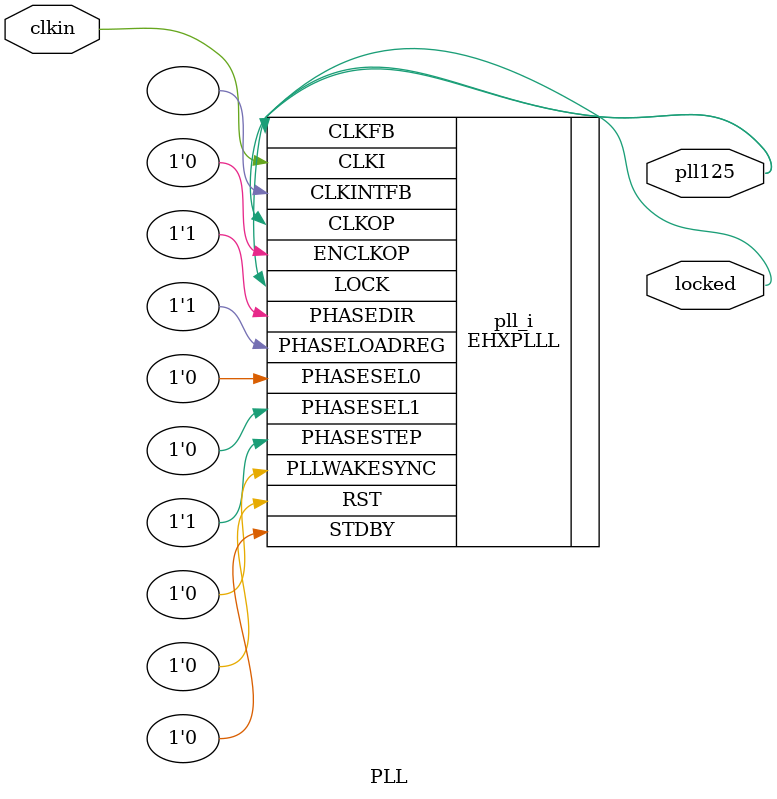
<source format=v>
module PLL
(
    input clkin, // 25 MHz, 0 deg
    output pll125, // 125 MHz, 0 deg
    output locked
);
(* FREQUENCY_PIN_CLKI="25" *)
(* FREQUENCY_PIN_CLKOP="125" *)
(* ICP_CURRENT="12" *) (* LPF_RESISTOR="8" *) (* MFG_ENABLE_FILTEROPAMP="1" *) (* MFG_GMCREF_SEL="2" *)
EHXPLLL #(
        .PLLRST_ENA("DISABLED"),
        .INTFB_WAKE("DISABLED"),
        .STDBY_ENABLE("DISABLED"),
        .DPHASE_SOURCE("DISABLED"),
        .OUTDIVIDER_MUXA("DIVA"),
        .OUTDIVIDER_MUXB("DIVB"),
        .OUTDIVIDER_MUXC("DIVC"),
        .OUTDIVIDER_MUXD("DIVD"),
        .CLKI_DIV(1),
        .CLKOP_ENABLE("ENABLED"),
        .CLKOP_DIV(5),
        .CLKOP_CPHASE(2),
        .CLKOP_FPHASE(0),
        .FEEDBK_PATH("CLKOP"),
        .CLKFB_DIV(5)
    ) pll_i (
        .RST(1'b0),
        .STDBY(1'b0),
        .CLKI(clkin),
        .CLKOP(pll125),
        .CLKFB(pll125),
        .CLKINTFB(),
        .PHASESEL0(1'b0),
        .PHASESEL1(1'b0),
        .PHASEDIR(1'b1),
        .PHASESTEP(1'b1),
        .PHASELOADREG(1'b1),
        .PLLWAKESYNC(1'b0),
        .ENCLKOP(1'b0),
        .LOCK(locked)
	);
endmodule

</source>
